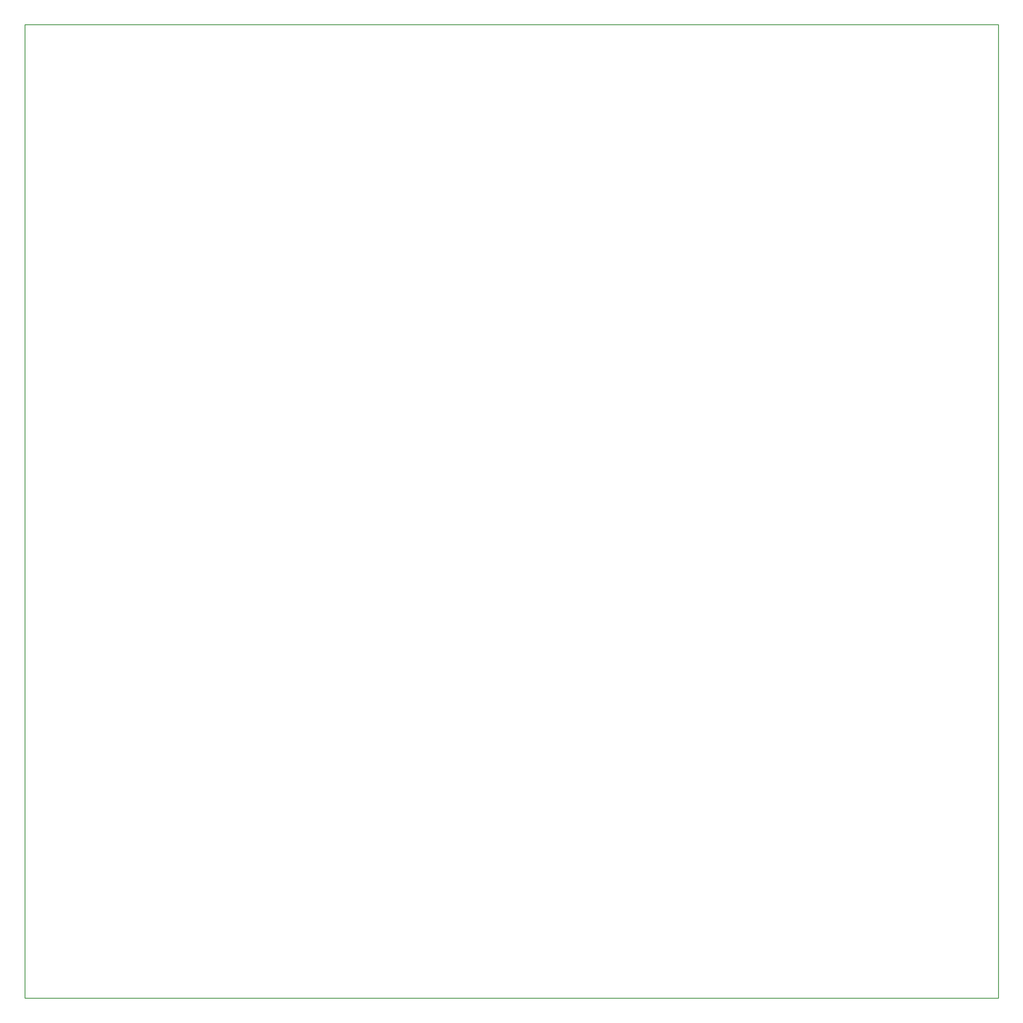
<source format=gko>
G04 Layer_Color=16711935*
%FSLAX25Y25*%
%MOIN*%
G70*
G01*
G75*
%ADD18C,0.01000*%
D18*
X400000Y80000D02*
Y1280000D01*
X1600000D01*
X400000Y80000D02*
X1600000D01*
Y1280000D01*
M02*

</source>
